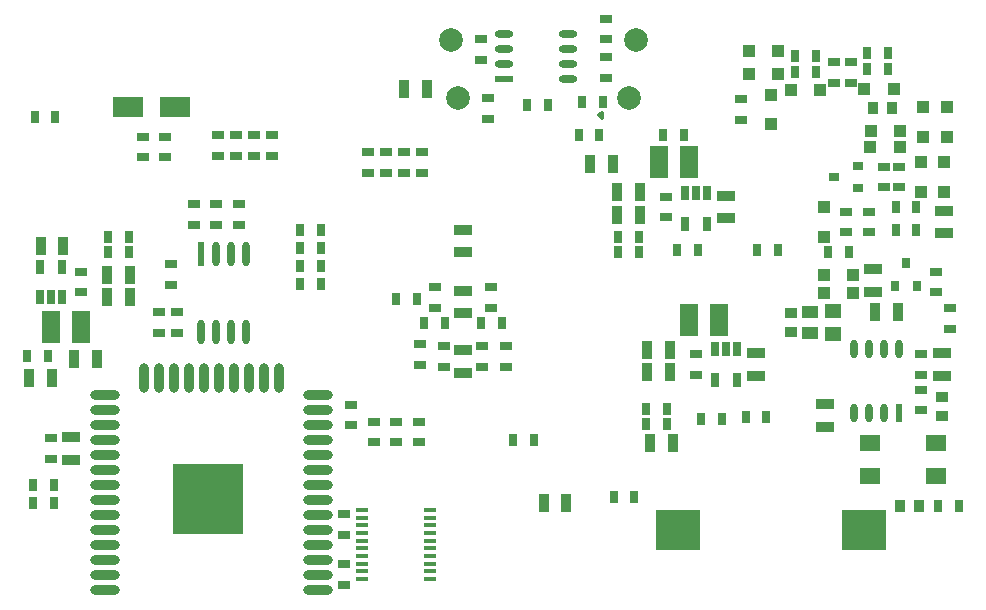
<source format=gbp>
G04 #@! TF.GenerationSoftware,KiCad,Pcbnew,5.0.0-rc2+dfsg1-3*
G04 #@! TF.CreationDate,2018-07-06T12:35:48+02:00*
G04 #@! TF.ProjectId,ulx3s,756C7833732E6B696361645F70636200,rev?*
G04 #@! TF.SameCoordinates,Original*
G04 #@! TF.FileFunction,Paste,Bot*
G04 #@! TF.FilePolarity,Positive*
%FSLAX46Y46*%
G04 Gerber Fmt 4.6, Leading zero omitted, Abs format (unit mm)*
G04 Created by KiCad (PCBNEW 5.0.0-rc2+dfsg1-3) date Fri Jul  6 12:35:48 2018*
%MOMM*%
%LPD*%
G01*
G04 APERTURE LIST*
%ADD10C,0.350000*%
%ADD11C,2.000000*%
%ADD12R,3.700000X3.500000*%
%ADD13R,1.550000X0.600000*%
%ADD14O,1.550000X0.600000*%
%ADD15R,0.600000X2.100000*%
%ADD16O,0.600000X2.100000*%
%ADD17R,0.600000X1.550000*%
%ADD18O,0.600000X1.550000*%
%ADD19R,1.000000X0.400000*%
%ADD20R,0.700000X1.200000*%
%ADD21O,2.500000X0.900000*%
%ADD22O,0.900000X2.500000*%
%ADD23R,6.000000X6.000000*%
%ADD24R,1.800000X1.400000*%
%ADD25R,0.970000X1.500000*%
%ADD26R,0.670000X1.000000*%
%ADD27R,1.500000X0.970000*%
%ADD28R,1.000000X0.670000*%
%ADD29R,1.000000X1.000000*%
%ADD30R,1.500000X2.700000*%
%ADD31R,2.500000X1.800000*%
%ADD32R,0.800000X0.900000*%
%ADD33R,0.900000X0.800000*%
%ADD34R,0.820000X1.000000*%
%ADD35R,1.000000X0.820000*%
%ADD36R,1.400000X1.120000*%
%ADD37R,1.400000X1.295000*%
G04 APERTURE END LIST*
D10*
G04 #@! TO.C,GPDI1*
X150296000Y-71062000D02*
X150046000Y-70812000D01*
X150046000Y-70812000D02*
X150296000Y-70562000D01*
X150296000Y-70562000D02*
X150296000Y-71062000D01*
G04 #@! TD*
D11*
G04 #@! TO.C,GPDI1*
X152546000Y-69312000D03*
X138046000Y-69312000D03*
X153146000Y-64412000D03*
X137446000Y-64412000D03*
G04 #@! TD*
D12*
G04 #@! TO.C,BAT1*
X172485000Y-105870000D03*
X156685000Y-105870000D03*
G04 #@! TD*
D13*
G04 #@! TO.C,U11*
X141980000Y-67706500D03*
D14*
X141980000Y-66436500D03*
X141980000Y-65166500D03*
X141980000Y-63896500D03*
X147380000Y-63896500D03*
X147380000Y-65166500D03*
X147380000Y-66436500D03*
X147380000Y-67706500D03*
G04 #@! TD*
D15*
G04 #@! TO.C,U10*
X116340000Y-82520000D03*
D16*
X117610000Y-82520000D03*
X118880000Y-82520000D03*
X120150000Y-82520000D03*
X120150000Y-89124000D03*
X118880000Y-89124000D03*
X117610000Y-89124000D03*
X116340000Y-89124000D03*
G04 #@! TD*
D17*
G04 #@! TO.C,U7*
X175395000Y-96015000D03*
D18*
X174125000Y-96015000D03*
X172855000Y-96015000D03*
X171585000Y-96015000D03*
X171585000Y-90615000D03*
X172855000Y-90615000D03*
X174125000Y-90615000D03*
X175395000Y-90615000D03*
G04 #@! TD*
D19*
G04 #@! TO.C,U6*
X129935000Y-104215000D03*
X129935000Y-104865000D03*
X129935000Y-105515000D03*
X129935000Y-106165000D03*
X129935000Y-106815000D03*
X129935000Y-107465000D03*
X129935000Y-108115000D03*
X129935000Y-108765000D03*
X129935000Y-109415000D03*
X129935000Y-110065000D03*
X135735000Y-110065000D03*
X135735000Y-109415000D03*
X135735000Y-108765000D03*
X135735000Y-108115000D03*
X135735000Y-107465000D03*
X135735000Y-106815000D03*
X135735000Y-106165000D03*
X135735000Y-105515000D03*
X135735000Y-104865000D03*
X135735000Y-104215000D03*
G04 #@! TD*
D20*
G04 #@! TO.C,U5*
X157285000Y-77392000D03*
X158235000Y-77392000D03*
X159185000Y-77392000D03*
X159185000Y-79992000D03*
X157285000Y-79992000D03*
G04 #@! TD*
G04 #@! TO.C,U3*
X159825000Y-90600000D03*
X160775000Y-90600000D03*
X161725000Y-90600000D03*
X161725000Y-93200000D03*
X159825000Y-93200000D03*
G04 #@! TD*
G04 #@! TO.C,U4*
X104575000Y-86215000D03*
X103625000Y-86215000D03*
X102675000Y-86215000D03*
X102675000Y-83615000D03*
X104575000Y-83615000D03*
G04 #@! TD*
D21*
G04 #@! TO.C,U9*
X126230000Y-111000000D03*
X126230000Y-109730000D03*
X126230000Y-108460000D03*
X126230000Y-107190000D03*
X126230000Y-105920000D03*
X126230000Y-104650000D03*
X126230000Y-103380000D03*
X126230000Y-102110000D03*
X126230000Y-100840000D03*
X126230000Y-99570000D03*
X126230000Y-98300000D03*
X126230000Y-97030000D03*
X126230000Y-95760000D03*
X126230000Y-94490000D03*
D22*
X122945000Y-93000000D03*
X121675000Y-93000000D03*
X120405000Y-93000000D03*
X119135000Y-93000000D03*
X117865000Y-93000000D03*
X116595000Y-93000000D03*
X115325000Y-93000000D03*
X114055000Y-93000000D03*
X112785000Y-93000000D03*
X111515000Y-93000000D03*
D21*
X108230000Y-94490000D03*
X108230000Y-95760000D03*
X108230000Y-97030000D03*
X108230000Y-98300000D03*
X108230000Y-99570000D03*
X108230000Y-100840000D03*
X108230000Y-102110000D03*
X108230000Y-103380000D03*
X108230000Y-104650000D03*
X108230000Y-105920000D03*
X108230000Y-107190000D03*
X108230000Y-108460000D03*
X108230000Y-109730000D03*
X108230000Y-111000000D03*
D23*
X116930000Y-103300000D03*
G04 #@! TD*
D24*
G04 #@! TO.C,Y2*
X178576000Y-98522000D03*
X172976000Y-98522000D03*
X172976000Y-101322000D03*
X178576000Y-101322000D03*
G04 #@! TD*
D25*
G04 #@! TO.C,C47*
X133546000Y-68550000D03*
X135456000Y-68550000D03*
G04 #@! TD*
G04 #@! TO.C,C1*
X102748500Y-81885000D03*
X104658500Y-81885000D03*
G04 #@! TD*
D26*
G04 #@! TO.C,C2*
X153985000Y-96910000D03*
X155735000Y-96910000D03*
G04 #@! TD*
D25*
G04 #@! TO.C,C3*
X156015000Y-90630000D03*
X154105000Y-90630000D03*
G04 #@! TD*
G04 #@! TO.C,C4*
X154105000Y-92535000D03*
X156015000Y-92535000D03*
G04 #@! TD*
D27*
G04 #@! TO.C,C5*
X163315000Y-90945000D03*
X163315000Y-92855000D03*
G04 #@! TD*
D26*
G04 #@! TO.C,C6*
X151645000Y-82375000D03*
X153395000Y-82375000D03*
G04 #@! TD*
D25*
G04 #@! TO.C,C7*
X153475000Y-79200000D03*
X151565000Y-79200000D03*
G04 #@! TD*
G04 #@! TO.C,C8*
X153475000Y-77295000D03*
X151565000Y-77295000D03*
G04 #@! TD*
D27*
G04 #@! TO.C,C9*
X160775000Y-79520000D03*
X160775000Y-77610000D03*
G04 #@! TD*
D26*
G04 #@! TO.C,C10*
X108465000Y-81105000D03*
X110215000Y-81105000D03*
G04 #@! TD*
D25*
G04 #@! TO.C,C11*
X108385000Y-84280000D03*
X110295000Y-84280000D03*
G04 #@! TD*
G04 #@! TO.C,C12*
X110295000Y-86185000D03*
X108385000Y-86185000D03*
G04 #@! TD*
D27*
G04 #@! TO.C,C13*
X173221000Y-83833000D03*
X173221000Y-85743000D03*
G04 #@! TD*
D28*
G04 #@! TO.C,C14*
X175380000Y-76900000D03*
X175380000Y-75150000D03*
G04 #@! TD*
D27*
G04 #@! TO.C,C15*
X105276000Y-99967000D03*
X105276000Y-98057000D03*
G04 #@! TD*
D25*
G04 #@! TO.C,C16*
X173424000Y-87473000D03*
X175334000Y-87473000D03*
G04 #@! TD*
D27*
G04 #@! TO.C,C17*
X138500000Y-90665000D03*
X138500000Y-92575000D03*
G04 #@! TD*
D28*
G04 #@! TO.C,C18*
X150589600Y-64359000D03*
X150589600Y-62609000D03*
G04 #@! TD*
D27*
G04 #@! TO.C,C19*
X138500000Y-82375000D03*
X138500000Y-80465000D03*
G04 #@! TD*
G04 #@! TO.C,C20*
X138500000Y-87575000D03*
X138500000Y-85665000D03*
G04 #@! TD*
D25*
G04 #@! TO.C,C21*
X103706000Y-93061000D03*
X101796000Y-93061000D03*
G04 #@! TD*
G04 #@! TO.C,C22*
X154359000Y-98504000D03*
X156269000Y-98504000D03*
G04 #@! TD*
G04 #@! TO.C,C23*
X105591000Y-91392000D03*
X107501000Y-91392000D03*
G04 #@! TD*
G04 #@! TO.C,C24*
X151189000Y-74882000D03*
X149279000Y-74882000D03*
G04 #@! TD*
D28*
G04 #@! TO.C,C25*
X140900000Y-87095000D03*
X140900000Y-85345000D03*
G04 #@! TD*
G04 #@! TO.C,C26*
X136100000Y-87095000D03*
X136100000Y-85345000D03*
G04 #@! TD*
G04 #@! TO.C,C27*
X136900000Y-92095000D03*
X136900000Y-90345000D03*
G04 #@! TD*
G04 #@! TO.C,C28*
X140100000Y-90345000D03*
X140100000Y-92095000D03*
G04 #@! TD*
G04 #@! TO.C,C29*
X142100000Y-92095000D03*
X142100000Y-90345000D03*
G04 #@! TD*
G04 #@! TO.C,C30*
X134900000Y-90145000D03*
X134900000Y-91895000D03*
G04 #@! TD*
D26*
G04 #@! TO.C,C31*
X135225000Y-88420000D03*
X136975000Y-88420000D03*
G04 #@! TD*
G04 #@! TO.C,C32*
X140025000Y-88420000D03*
X141775000Y-88420000D03*
G04 #@! TD*
G04 #@! TO.C,C33*
X163425000Y-82220000D03*
X165175000Y-82220000D03*
G04 #@! TD*
G04 #@! TO.C,C34*
X158375000Y-82220000D03*
X156625000Y-82220000D03*
G04 #@! TD*
D28*
G04 #@! TO.C,C35*
X177300000Y-94025000D03*
X177300000Y-95775000D03*
G04 #@! TD*
D25*
G04 #@! TO.C,C46*
X145342000Y-103584000D03*
X147252000Y-103584000D03*
G04 #@! TD*
D26*
G04 #@! TO.C,C48*
X103995000Y-70963000D03*
X102245000Y-70963000D03*
G04 #@! TD*
G04 #@! TO.C,C49*
X103372000Y-91156000D03*
X101622000Y-91156000D03*
G04 #@! TD*
D28*
G04 #@! TO.C,C50*
X179713000Y-88856000D03*
X179713000Y-87106000D03*
G04 #@! TD*
D26*
G04 #@! TO.C,C51*
X180473000Y-103856000D03*
X178723000Y-103856000D03*
G04 #@! TD*
G04 #@! TO.C,C52*
X158645000Y-96490000D03*
X160395000Y-96490000D03*
G04 #@! TD*
G04 #@! TO.C,C53*
X132827200Y-86330000D03*
X134577200Y-86330000D03*
G04 #@! TD*
D27*
G04 #@! TO.C,C54*
X169172000Y-95281000D03*
X169172000Y-97191000D03*
G04 #@! TD*
G04 #@! TO.C,D11*
X179190000Y-80790000D03*
X179190000Y-78880000D03*
G04 #@! TD*
D29*
G04 #@! TO.C,D10*
X169050000Y-84280000D03*
X171550000Y-84280000D03*
G04 #@! TD*
G04 #@! TO.C,D12*
X169030000Y-78585000D03*
X169030000Y-81085000D03*
G04 #@! TD*
G04 #@! TO.C,D13*
X171550000Y-85804000D03*
X169050000Y-85804000D03*
G04 #@! TD*
G04 #@! TO.C,D14*
X179190000Y-74775000D03*
X179190000Y-77275000D03*
G04 #@! TD*
G04 #@! TO.C,D15*
X177285000Y-77275000D03*
X177285000Y-74775000D03*
G04 #@! TD*
G04 #@! TO.C,D16*
X172987000Y-73503000D03*
X175487000Y-73503000D03*
G04 #@! TD*
G04 #@! TO.C,D17*
X164585000Y-69060000D03*
X164585000Y-71560000D03*
G04 #@! TD*
G04 #@! TO.C,D20*
X168756000Y-68659000D03*
X166256000Y-68659000D03*
G04 #@! TD*
G04 #@! TO.C,D21*
X174979000Y-68550000D03*
X172479000Y-68550000D03*
G04 #@! TD*
G04 #@! TO.C,D23*
X165200000Y-67262000D03*
X162700000Y-67262000D03*
G04 #@! TD*
G04 #@! TO.C,D24*
X162700000Y-65357000D03*
X165200000Y-65357000D03*
G04 #@! TD*
G04 #@! TO.C,D25*
X177412000Y-72594000D03*
X177412000Y-70094000D03*
G04 #@! TD*
G04 #@! TO.C,D26*
X179444000Y-70094000D03*
X179444000Y-72594000D03*
G04 #@! TD*
D28*
G04 #@! TO.C,R49*
X113277000Y-74360000D03*
X113277000Y-72610000D03*
G04 #@! TD*
G04 #@! TO.C,R50*
X111372000Y-72610000D03*
X111372000Y-74360000D03*
G04 #@! TD*
D26*
G04 #@! TO.C,R51*
X155455000Y-72487000D03*
X157205000Y-72487000D03*
G04 #@! TD*
D28*
G04 #@! TO.C,R52*
X171331000Y-66278000D03*
X171331000Y-68028000D03*
G04 #@! TD*
G04 #@! TO.C,R53*
X169919000Y-68028000D03*
X169919000Y-66278000D03*
G04 #@! TD*
D26*
G04 #@! TO.C,R54*
X174477000Y-65502000D03*
X172727000Y-65502000D03*
G04 #@! TD*
D28*
G04 #@! TO.C,R56*
X128390000Y-106321000D03*
X128390000Y-104571000D03*
G04 #@! TD*
G04 #@! TO.C,R57*
X117722000Y-72483000D03*
X117722000Y-74233000D03*
G04 #@! TD*
G04 #@! TO.C,R58*
X119246000Y-74233000D03*
X119246000Y-72483000D03*
G04 #@! TD*
G04 #@! TO.C,R59*
X120770000Y-72483000D03*
X120770000Y-74233000D03*
G04 #@! TD*
G04 #@! TO.C,R60*
X122294000Y-74233000D03*
X122294000Y-72483000D03*
G04 #@! TD*
D26*
G04 #@! TO.C,R61*
X145655000Y-69900000D03*
X143905000Y-69900000D03*
G04 #@! TD*
G04 #@! TO.C,R40*
X166631000Y-65738000D03*
X168381000Y-65738000D03*
G04 #@! TD*
D28*
G04 #@! TO.C,R55*
X134740000Y-96740000D03*
X134740000Y-98490000D03*
G04 #@! TD*
D27*
G04 #@! TO.C,C55*
X179078000Y-90963000D03*
X179078000Y-92873000D03*
G04 #@! TD*
D28*
G04 #@! TO.C,R65*
X177300000Y-92793000D03*
X177300000Y-91043000D03*
G04 #@! TD*
D30*
G04 #@! TO.C,L1*
X160140000Y-88090000D03*
X157600000Y-88090000D03*
G04 #@! TD*
G04 #@! TO.C,L2*
X103625000Y-88725000D03*
X106165000Y-88725000D03*
G04 #@! TD*
G04 #@! TO.C,L3*
X155060000Y-74755000D03*
X157600000Y-74755000D03*
G04 #@! TD*
D26*
G04 #@! TO.C,R1*
X171175000Y-82375000D03*
X169425000Y-82375000D03*
G04 #@! TD*
D28*
G04 #@! TO.C,R2*
X172840000Y-78960000D03*
X172840000Y-80710000D03*
G04 #@! TD*
G04 #@! TO.C,R3*
X162045000Y-71185000D03*
X162045000Y-69435000D03*
G04 #@! TD*
D26*
G04 #@! TO.C,R4*
X176890000Y-80470000D03*
X175140000Y-80470000D03*
G04 #@! TD*
D28*
G04 #@! TO.C,R5*
X174110000Y-75150000D03*
X174110000Y-76900000D03*
G04 #@! TD*
G04 #@! TO.C,R6*
X178555000Y-85790000D03*
X178555000Y-84040000D03*
G04 #@! TD*
G04 #@! TO.C,R7*
X113785000Y-85155000D03*
X113785000Y-83405000D03*
G04 #@! TD*
G04 #@! TO.C,R8*
X170935000Y-80710000D03*
X170935000Y-78960000D03*
G04 #@! TD*
G04 #@! TO.C,R9*
X128390000Y-110555000D03*
X128390000Y-108805000D03*
G04 #@! TD*
D26*
G04 #@! TO.C,R10*
X151264000Y-103076000D03*
X153014000Y-103076000D03*
G04 #@! TD*
D28*
G04 #@! TO.C,R11*
X119515000Y-80093000D03*
X119515000Y-78343000D03*
G04 #@! TD*
G04 #@! TO.C,R12*
X114308000Y-89219000D03*
X114308000Y-87469000D03*
G04 #@! TD*
D26*
G04 #@! TO.C,R13*
X175140000Y-78565000D03*
X176890000Y-78565000D03*
G04 #@! TD*
G04 #@! TO.C,R14*
X124721000Y-85060000D03*
X126471000Y-85060000D03*
G04 #@! TD*
G04 #@! TO.C,R15*
X126471000Y-83536000D03*
X124721000Y-83536000D03*
G04 #@! TD*
G04 #@! TO.C,R16*
X124721000Y-82012000D03*
X126471000Y-82012000D03*
G04 #@! TD*
G04 #@! TO.C,R17*
X126471000Y-80470000D03*
X124721000Y-80470000D03*
G04 #@! TD*
D28*
G04 #@! TO.C,R18*
X130422000Y-73898000D03*
X130422000Y-75648000D03*
G04 #@! TD*
G04 #@! TO.C,R19*
X131961000Y-73898000D03*
X131961000Y-75648000D03*
G04 #@! TD*
G04 #@! TO.C,R20*
X133485000Y-73898000D03*
X133485000Y-75648000D03*
G04 #@! TD*
G04 #@! TO.C,R21*
X135009000Y-75648000D03*
X135009000Y-73898000D03*
G04 #@! TD*
G04 #@! TO.C,R22*
X140025500Y-66105000D03*
X140025500Y-64355000D03*
G04 #@! TD*
G04 #@! TO.C,R23*
X140597000Y-71076000D03*
X140597000Y-69326000D03*
G04 #@! TD*
G04 #@! TO.C,R24*
X150615000Y-67647000D03*
X150615000Y-65897000D03*
G04 #@! TD*
D26*
G04 #@! TO.C,R25*
X148300000Y-72487000D03*
X150050000Y-72487000D03*
G04 #@! TD*
G04 #@! TO.C,R26*
X150362000Y-69693000D03*
X148612000Y-69693000D03*
G04 #@! TD*
D28*
G04 #@! TO.C,R27*
X129025000Y-95300000D03*
X129025000Y-97050000D03*
G04 #@! TD*
G04 #@! TO.C,R28*
X117595000Y-78343000D03*
X117595000Y-80093000D03*
G04 #@! TD*
G04 #@! TO.C,R29*
X112784000Y-89219000D03*
X112784000Y-87469000D03*
G04 #@! TD*
G04 #@! TO.C,R30*
X115690000Y-78343000D03*
X115690000Y-80093000D03*
G04 #@! TD*
D26*
G04 #@! TO.C,R31*
X142755000Y-98250000D03*
X144505000Y-98250000D03*
G04 #@! TD*
D28*
G04 #@! TO.C,R32*
X132835000Y-98490000D03*
X132835000Y-96740000D03*
G04 #@! TD*
G04 #@! TO.C,R33*
X130930000Y-96740000D03*
X130930000Y-98490000D03*
G04 #@! TD*
D26*
G04 #@! TO.C,R34*
X102115000Y-103600000D03*
X103865000Y-103600000D03*
G04 #@! TD*
G04 #@! TO.C,R35*
X102115000Y-102060000D03*
X103865000Y-102060000D03*
G04 #@! TD*
D28*
G04 #@! TO.C,R38*
X103576500Y-99905000D03*
X103576500Y-98155000D03*
G04 #@! TD*
D26*
G04 #@! TO.C,R39*
X164190000Y-96345000D03*
X162440000Y-96345000D03*
G04 #@! TD*
G04 #@! TO.C,R63*
X168381000Y-67135000D03*
X166631000Y-67135000D03*
G04 #@! TD*
G04 #@! TO.C,R64*
X174475000Y-66899000D03*
X172725000Y-66899000D03*
G04 #@! TD*
G04 #@! TO.C,RA1*
X153985000Y-95640000D03*
X155735000Y-95640000D03*
G04 #@! TD*
G04 #@! TO.C,RA2*
X110215000Y-82375000D03*
X108465000Y-82375000D03*
G04 #@! TD*
G04 #@! TO.C,RA3*
X151645000Y-81105000D03*
X153395000Y-81105000D03*
G04 #@! TD*
D28*
G04 #@! TO.C,RB1*
X158235000Y-92775000D03*
X158235000Y-91025000D03*
G04 #@! TD*
G04 #@! TO.C,RB2*
X106165000Y-85790000D03*
X106165000Y-84040000D03*
G04 #@! TD*
G04 #@! TO.C,RB3*
X155695000Y-79440000D03*
X155695000Y-77690000D03*
G04 #@! TD*
D31*
G04 #@! TO.C,D8*
X110149000Y-70074000D03*
X114149000Y-70074000D03*
G04 #@! TD*
D32*
G04 #@! TO.C,Q1*
X176015000Y-83280000D03*
X175065000Y-85280000D03*
X176965000Y-85280000D03*
G04 #@! TD*
D33*
G04 #@! TO.C,Q2*
X171935000Y-75075000D03*
X171935000Y-76975000D03*
X169935000Y-76025000D03*
G04 #@! TD*
D29*
G04 #@! TO.C,D27*
X175502000Y-72106000D03*
X173002000Y-72106000D03*
G04 #@! TD*
D34*
G04 #@! TO.C,R66*
X173198000Y-70201000D03*
X174798000Y-70201000D03*
G04 #@! TD*
D35*
G04 #@! TO.C,C56*
X179078000Y-96274000D03*
X179078000Y-94674000D03*
G04 #@! TD*
D34*
G04 #@! TO.C,C57*
X177084000Y-103856000D03*
X175484000Y-103856000D03*
G04 #@! TD*
D36*
G04 #@! TO.C,C58*
X167902000Y-89242000D03*
X167902000Y-87482000D03*
G04 #@! TD*
D35*
G04 #@! TO.C,C59*
X166251000Y-89162000D03*
X166251000Y-87562000D03*
G04 #@! TD*
D37*
G04 #@! TO.C,L4*
X169807000Y-87394500D03*
X169807000Y-89329500D03*
G04 #@! TD*
M02*

</source>
